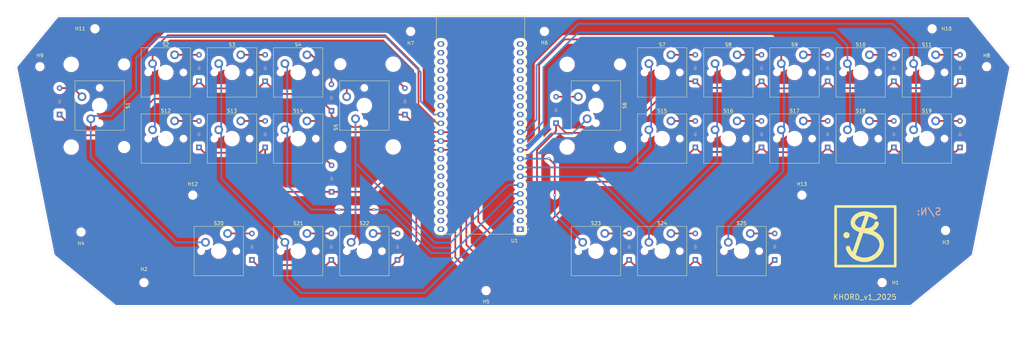
<source format=kicad_pcb>
(kicad_pcb (version 20241229) (generator "pcbnew") (generator_version "9.0")
  (layers (0 "F.Cu" signal) (2 "B.Cu" signal) (13 "F.Paste" user) (15 "B.Paste" user) (5 "F.SilkS" user "F.Silkscreen") (7 "B.SilkS" user "B.Silkscreen") (1 "F.Mask" user) (3 "B.Mask" user) (25 "Edge.Cuts" user))
  (net 0 "")
  (net 1 "row0")
  (net 2 "Net-(D1-A)")
  (net 3 "Net-(D2-A)")
  (net 4 "row1")
  (net 5 "Net-(D3-A)")
  (net 6 "Net-(D4-A)")
  (net 7 "Net-(D5-A)")
  (net 8 "Net-(D6-A)")
  (net 9 "Net-(D7-A)")
  (net 10 "Net-(D8-A)")
  (net 11 "Net-(D9-A)")
  (net 12 "Net-(D10-A)")
  (net 13 "Net-(D11-A)")
  (net 14 "Net-(D12-A)")
  (net 15 "row2")
  (net 16 "Net-(D13-A)")
  (net 17 "Net-(D14-A)")
  (net 18 "Net-(D15-A)")
  (net 19 "Net-(D16-A)")
  (net 20 "Net-(D17-A)")
  (net 21 "Net-(D18-A)")
  (net 22 "Net-(D19-A)")
  (net 23 "Net-(D20-A)")
  (net 24 "Net-(D21-A)")
  (net 25 "Net-(D25-A)")
  (net 26 "Net-(D22-A)")
  (net 27 "Net-(D23-A)")
  (net 28 "Net-(D24-A)")
  (net 29 "col2")
  (net 30 "col7")
  (net 31 "col0")
  (net 32 "col1")
  (net 33 "col3")
  (net 34 "col4")
  (net 35 "col5")
  (net 36 "col6")
  (net 37 "col8")
  (net 38 "col9")
  (net 46 "col10")
  (footprint "ScottoKeebs_MX:MX_PCB_1.00u" (layer "F.Cu") (at 140.5898 88.6228)
    (property "Reference" "S21")
    (property "Value" "Keyswitch")
  )
  (footprint "ScottoKeebs_MX:MX_PCB_1.00u" (layer "F.Cu") (at 321.5648 37.1878)
    (property "Reference" "S11")
    (property "Value" "Keyswitch")
  )
  (footprint "ScottoKeebs_MX:MX_PCB_1.00u" (layer "F.Cu") (at 121.5398 37.1878)
    (property "Reference" "S3")
    (property "Value" "Keyswitch")
  )
  (footprint "ScottoKeebs_MX:MX_PCB_2.00u" (layer "F.Cu") (at 159.6398 46.7128 90)
    (property "Reference" "S5")
    (property "Value" "Keyswitch" (hide yes))
  )
  (footprint "ScottoKeebs_MX:MX_PCB_1.00u" (layer "F.Cu") (at 226.3148 88.6228)
    (property "Reference" "S23")
    (property "Value" "Keyswitch")
  )
  (footprint "ScottoKeebs_MX:MX_PCB_2.00u" (layer "F.Cu") (at 83.4398 46.7128 90)
    (property "Reference" "S1")
    (property "Value" "Keyswitch" (hide yes))
  )
  (footprint "MountingHole:MountingHole_2.2mm_M2" (layer "F.Cu") (at 326.95 82.68)
    (property "Reference" "H3")
    (property "Value" "Mounting_Hole")
  )
  (footprint "ESP32-S3-DEVKITC-1-N8R8:ESP32-S3-DEVKITC-1-N8R8_largePad" (layer "F.Cu") (at 193.0916 52.3536 180)
    (property "Reference" "U1")
    (property "Value" "ESP32-S3-DEVKITC-1-N8R8")
  )
  (footprint "MountingHole:MountingHole_2.2mm_M2" (layer "F.Cu") (at 285.5984 72.5192)
    (property "Reference" "H13")
    (property "Value" "Mounting_Hole")
  )
  (footprint "MountingHole:MountingHole_2.2mm_M2" (layer "F.Cu") (at 194.6918 100.002)
    (property "Reference" "H5")
    (property "Value" "Mounting_Hole")
  )
  (footprint "ScottoKeebs_MX:MX_PCB_1.00u" (layer "F.Cu") (at 268.2248 88.6228)
    (property "Reference" "S25")
    (property "Value" "Keyswitch")
  )
  (footprint "ScottoKeebs_MX:MX_PCB_1.00u" (layer "F.Cu") (at 302.5148 37.1878)
    (property "Reference" "S10")
    (property "Value" "Keyswitch")
  )
  (footprint "ScottoKeebs_MX:MX_PCB_1.00u" (layer "F.Cu") (at 283.4648 37.1878)
    (property "Reference" "S9")
    (property "Value" "Keyswitch")
  )
  (footprint "MountingHole:MountingHole_2.2mm_M2" (layer "F.Cu") (at 110.2622 72.5192)
    (property "Reference" "H12")
    (property "Value" "Mounting_Hole")
  )
  (footprint "ScottoKeebs_MX:MX_PCB_1.00u" (layer "F.Cu") (at 117.7298 88.6228)
    (property "Reference" "S20")
    (property "Value" "Keyswitch")
  )
  (footprint "ScottoKeebs_MX:MX_PCB_1.00u" (layer "F.Cu") (at 283.4648 56.2378)
    (property "Reference" "S17")
    (property "Value" "Keyswitch")
  )
  (footprint "ScottoKeebs_MX:MX_PCB_2.00u" (layer "F.Cu") (at 226.3148 46.7128 90)
    (property "Reference" "S6")
    (property "Value" "Keyswitch" (hide yes))
  )
  (footprint "ScottoKeebs_MX:MX_PCB_1.00u" (layer "F.Cu") (at 245.3648 88.6228)
    (property "Reference" "S24")
    (property "Value" "Keyswitch")
  )
  (footprint "ScottoKeebs_MX:MX_PCB_1.00u" (layer "F.Cu") (at 302.5148 56.2378)
    (property "Reference" "S18")
    (property "Value" "Keyswitch")
  )
  (footprint "ScottoKeebs_MX:MX_PCB_1.00u" (layer "F.Cu") (at 245.3648 37.1878)
    (property "Reference" "S7")
    (property "Value" "Keyswitch")
  )
  (footprint "ScottoKeebs_MX:MX_PCB_1.00u" (layer "F.Cu") (at 102.4898 56.2378)
    (property "Reference" "S12")
    (property "Value" "Keyswitch")
  )
  (footprint "marbastlib-mx:STAB_MX_2u" (layer "F.Cu") (at 226.264 46.7636 -90)
    (property "Reference" "S28" (hide yes))
    (property "Value" "MX_stab")
  )
  (footprint "ScottoKeebs_MX:MX_PCB_1.00u" (layer "F.Cu") (at 321.5648 56.2378)
    (property "Reference" "S19")
    (property "Value" "Keyswitch")
  )
  (footprint "MountingHole:MountingHole_2.2mm_M2" (layer "F.Cu") (at 172.9748 25.3768)
    (property "Reference" "H7")
    (property "Value" "Mounting_Hole")
  )
  (footprint "ScottoKeebs_MX:MX_PCB_1.00u" (layer "F.Cu") (at 140.5898 56.2378)
    (property "Reference" "S14")
    (property "Value" "Keyswitch")
  )
  (footprint "ScottoKeebs_MX:MX_PCB_1.00u" (layer "F.Cu") (at 159.6398 88.6228)
    (property "Reference" "S22")
    (property "Value" "Keyswitch")
  )
  (footprint "marbastlib-mx:STAB_MX_2u" (layer "F.Cu") (at 83.516 46.7636 -90)
    (property "Reference" "S26" (hide yes))
    (property "Value" "MX_stab")
  )
  (footprint "MountingHole:MountingHole_2.2mm_M2" (layer "F.Cu") (at 211.4812 25.3768)
    (property "Reference" "H6")
    (property "Value" "Mounting_Hole")
  )
  (footprint "logo.preety:logo_30" (layer "F.Cu") (at 303.888231 85.675564)
    (property "Reference" "G***" (hide yes))
    (property "Value" "LOGO" (hide yes))
  )
  (footprint "MountingHole:MountingHole_2.2mm_M2" (layer "F.Cu") (at 78.0804 83.1364)
    (property "Reference" "H4")
    (property "Value" "Mounting_Hole")
  )
  (footprint "ScottoKeebs_MX:MX_PCB_1.00u" (layer "F.Cu") (at 102.4898 37.1878)
    (property "Reference" "S2")
    (property "Value" "Keyswitch")
  )
  (footprint "ScottoKeebs_MX:MX_PCB_1.00u" (layer "F.Cu") (at 245.3648 56.2378)
    (property "Reference" "S15")
    (property "Value" "Keyswitch")
  )
  (footprint "MountingHole:MountingHole_2.2mm_M2" (layer "F.Cu") (at 323.0888 24.6148)
    (property "Reference" "H10")
    (property "Value" "Mounting_Hole")
  )
  (footprint "ScottoKeebs_MX:MX_PCB_1.00u" (layer "F.Cu") (at 140.5898 37.1878)
    (property "Reference" "S4")
    (property "Value" "Keyswitch")
  )
  (footprint "ScottoKeebs_MX:MX_PCB_1.00u" (layer "F.Cu") (at 264.4148 56.2378)
    (property "Reference" "S16")
    (property "Value" "Keyswitch")
  )
  (footprint "MountingHole:MountingHole_2.2mm_M2" (layer "F.Cu") (at 338.786 35.520313)
    (property "Reference" "H8")
    (property "Value" "Mounting_Hole")
  )
  (footprint "MountingHole:MountingHole_2.2mm_M2" (layer "F.Cu") (at 96.2 97.68)
    (property "Reference" "H2")
    (property "Value" "Mounting_Hole")
  )
  (footprint "ScottoKeebs_MX:MX_PCB_1.00u" (layer "F.Cu") (at 264.4148 37.1878)
    (property "Reference" "S8")
    (property "Value" "Keyswitch")
  )
  (footprint "MountingHole:MountingHole_2.2mm_M2" (layer "F.Cu") (at 82.08874 24.6148)
    (property "Reference" "H11")
    (property "Value" "Mounting_Hole")
  )
  (footprint "ScottoKeebs_MX:MX_PCB_1.00u" (layer "F.Cu") (at 121.5398 56.2378)
    (property "Reference" "S13")
    (property "Value" "Keyswitch")
  )
  (footprint "MountingHole:MountingHole_2.2mm_M2" (layer "F.Cu") (at 308.7 97.68)
    (property "Reference" "H1")
    (property "Value" "Mounting_Hole")
  )
  (footprint "marbastlib-mx:STAB_MX_2u" (layer "F.Cu") (at 159.70835 46.7128 90)
    (property "Reference" "S27" (hide yes))
    (property "Value" "MX_stab")
  )
  (footprint "MountingHole:MountingHole_2.2mm_M2" (layer "F.Cu") (at 66.244 35.523132)
    (property "Reference" "H9")
    (property "Value" "Mounting_Hole")
  )
  (footprint "ScottoKeebs_Components:Diode_DO-35" (layer "B.Cu") (at 150.2164 71.554 90)
    (property "Reference" "D14" (hide yes))
    (property "Value" "Diode" (hide yes))
  )
  (footprint "ScottoKeebs_Components:Diode_DO-35" (layer "B.Cu") (at 331.1152 58.7778 90)
    (property "Reference" "D19" (hide yes))
    (property "Value" "Diode" (hide yes))
  )
  (footprint "ScottoKeebs_Components:Diode_DO-35" (layer "B.Cu") (at 112.0402 58.7778 90)
    (property "Reference" "D12" (hide yes))
    (property "Value" "Diode" (hide yes))
  )
  (footprint "ScottoKeebs_Components:Diode_DO-35" (layer "B.Cu") (at 254.9152 91.1628 90)
    (property "Reference" "D24" (hide yes))
    (property "Value" "Diode" (hide yes))
  )
  (footprint "ScottoKeebs_Components:Diode_DO-35" (layer "B.Cu") (at 331.1152 39.7278 90)
    (property "Reference" "D11" (hide yes))
    (property "Value" "Diode" (hide yes))
  )
  (footprint "ScottoKeebs_Components:Diode_DO-35" (layer "B.Cu") (at 235.8652 91.1628 90)
    (property "Reference" "D23" (hide yes))
    (property "Value" "Diode" (hide yes))
  )
  (footprint "ScottoKeebs_Components:Diode_DO-35" (layer "B.Cu") (at 131.0902 58.7778 90)
    (property "Reference" "D13" (hide yes))
    (property "Value" "Diode" (hide yes))
  )
  (footprint "ScottoKeebs_Components:Diode_DO-35" (layer "B.Cu") (at 127.2802 91.1628 90)
    (property "Reference" "D20" (hide yes))
    (property "Value" "Diode" (hide yes))
  )
  (footprint "ScottoKeebs_Components:Diode_DO-35" (layer "B.Cu") (at 171.3238 49.329 90)
    (property "Reference" "D5" (hide yes))
    (property "Value" "Diode" (hide yes))
  )
  (footprint "ScottoKeebs_Components:Diode_DO-35" (layer "B.Cu") (at 293.0152 58.7778 90)
    (property "Reference" "D17" (hide yes))
    (property "Value" "Diode" (hide yes))
  )
  (footprint "ScottoKeebs_Components:Diode_DO-35" (layer "B.Cu") (at 150.1402 91.1628 90)
    (property "Reference" "D21" (hide yes))
    (property "Value" "Diode" (hide yes))
  )
  (footprint "ScottoKeebs_Components:Diode_DO-35" (layer "B.Cu") (at 150.1656 48.2368 90)
    (property "Reference" "D4" (hide yes))
    (property "Value" "Diode" (hide yes))
  )
  (footprint "ScottoKeebs_Components:Diode_DO-35" (layer "B.Cu") (at 169.1902 91.1628 90)
    (property "Reference" "D22" (hide yes))
    (property "Value" "Diode" (hide yes))
  )
  (footprint "ScottoKeebs_Components:Diode_DO-35" (layer "B.Cu") (at 71.9082 49.3036 90)
    (property "Reference" "D1" (hide yes))
    (property "Value" "Diode" (hide yes))
  )
  (footprint "ScottoKeebs_Components:Diode_DO-35" (layer "B.Cu") (at 254.9152 58.7778 90)
    (property "Reference" "D15" (hide yes))
    (property "Value" "Diode" (hide yes))
  )
  (footprint "ScottoKeebs_Components:Diode_DO-35" (layer "B.Cu") (at 277.7752 91.1628 90)
    (property "Reference" "D25" (hide yes))
    (property "Value" "Diode" (hide yes))
  )
  (footprint "ScottoKeebs_Components:Diode_DO-35" (layer "B.Cu") (at 312.0652 39.7278 90)
    (property "Reference" "D10" (hide yes))
    (property "Value" "Diode" (hide yes))
  )
  (footprint "ScottoKeebs_Components:Diode_DO-35" (layer "B.Cu") (at 312.0652 58.7778 90)
    (property "Reference" "D18" (hide yes))
    (property "Value" "Diode" (hide yes))
  )
  (footprint "ScottoKeebs_Components:Diode_DO-35" (layer "B.Cu") (at 131.0902 39.7278 90)
    (property "Reference" "D3" (hide yes))
    (property "Value" "Diode" (hide yes))
  )
  (footprint "ScottoKeebs_Components:Diode_DO-35" (layer "B.Cu") (at 214.834 51.7928 90)
    (property "Reference" "D6" (hide yes))
    (property "Value" "Diode" (hide yes))
  )
  (footprint "ScottoKeebs_Components:Diode_DO-35" (layer "B.Cu") (at 112.0402 39.7278 90)
    (property "Reference" "D2" (hide yes))
    (property "Value" "Diode" (hide yes))
  )
  (footprint "ScottoKeebs_Components:Diode_DO-35" (layer "B.Cu") (at 293.0152 39.7278 90)
    (property "Reference" "D9" (hide yes))
    (property "Value" "Diode" (hide yes))
  )
  (footprint "ScottoKeebs_Components:Diode_DO-35" (layer "B.Cu") (at 273.9652 58.7778 90)
    (property "Reference" "D16" (hide yes))
    (property "Value" "Diode" (hide yes))
  )
  (footprint "ScottoKeebs_Components:Diode_DO-35" (layer "B.Cu") (at 273.9652 39.7278 90)
    (property "Reference" "D8" (hide yes))
    (property "Value" "Diode" (hide yes))
  )
  (footprint "ScottoKeebs_Components:Diode_DO-35" (layer "B.Cu") (at 254.9152 39.7278 90)
    (property "Reference" "D7" (hide yes))
    (property "Value" "Diode" (hide yes))
  )
  (gr_line (start 345.829958 35.520313) (end 333.77734 20.812732) (stroke (width 0.05)) (layer "Edge.Cuts"))
  (gr_line (start 316.979911 104.632732) (end 88.008514 104.632732) (stroke (width 0.05)) (layer "Edge.Cuts"))
  (gr_line (start 59.227937 35.523132) (end 70.075234 89.922332) (stroke (width 0.05)) (layer "Edge.Cuts"))
  (gr_line (start 70.075234 89.922332) (end 88.008514 104.632732) (stroke (width 0.05)) (layer "Edge.Cuts"))
  (gr_line (start 345.829958 35.520313) (end 334.927293 89.925151) (stroke (width 0.05)) (layer "Edge.Cuts"))
  (gr_line (start 333.77734 20.812732) (end 71.294657 20.812732) (stroke (width 0.05)) (layer "Edge.Cuts"))
  (gr_line (start 71.294657 20.812732) (end 59.227937 35.523132) (stroke (width 0.05)) (layer "Edge.Cuts"))
  (gr_line (start 334.927293 89.925151) (end 316.979911 104.632732) (stroke (width 0.05)) (layer "Edge.Cuts"))
  (gr_text "KHORD_v1_2025" (at 294.4884 102.7198 0) (layer "F.SilkS") (effects (font (size 1.5 1.5) (thickness 0.2)) (justify left bottom)))
  (gr_text "S/N:" (at 325.9336 78.4374 0) (layer "B.SilkS") (effects (font (size 2 2) (thickness 0.3)) (justify left bottom mirror)))
  (segment (start 249.4022 39.7278) (end 254.9152 39.7278) (width 0.5) (layer "F.Cu") (net 1))
  (segment (start 150.1656 49.6456) (end 150.1656 48.2368) (width 0.5) (layer "F.Cu") (net 1))
  (segment (start 181.6616 54.3836) (end 188.7482 54.3836) (width 0.5) (layer "F.Cu") (net 1))
  (segment (start 112.0402 39.7278) (end 106.9856 44.7824) (width 0.5) (layer "F.Cu") (net 1))
  (segment (start 234.5432 54.5868) (end 249.4022 39.7278) (width 0.5) (layer "F.Cu") (net 1))
  (segment (start 254.9152 39.7278) (end 256.8202 41.6328) (width 0.5) (layer "F.Cu") (net 1))
  (segment (start 134.7478 43.3854) (end 131.0902 39.7278) (width 0.5) (layer "F.Cu") (net 1))
  (segment (start 163.907 54.3582) (end 154.8782 54.3582) (width 0.5) (layer "F.Cu") (net 1))
  (segment (start 145.4666 43.5378) (end 145.4666 43.3854) (width 0.5) (layer "F.Cu") (net 1))
  (segment (start 256.8202 41.6328) (end 272.0602 41.6328) (width 0.5) (layer "F.Cu") (net 1))
  (segment (start 209.3476 59.5324) (end 214.834 54.046) (width 0.5) (layer "F.Cu") (net 1))
  (segment (start 168.9362 49.329) (end 163.907 54.3582) (width 0.5) (layer "F.Cu") (net 1))
  (segment (start 131.0902 39.7278) (end 129.0328 41.7852) (width 0.5) (layer "F.Cu") (net 1))
  (segment (start 329.1594 41.6836) (end 331.1152 39.7278) (width 0.5) (layer "F.Cu") (net 1))
  (segment (start 154.8782 54.3582) (end 150.1656 49.6456) (width 0.5) (layer "F.Cu") (net 1))
  (segment (start 171.3238 49.329) (end 176.3784 54.3836) (width 0.5) (layer "F.Cu") (net 1))
  (segment (start 114.0976 41.7852) (end 112.0402 39.7278) (width 0.5) (layer "F.Cu") (net 1))
  (segment (start 273.9652 39.7278) (end 275.9972 41.7598) (width 0.5) (layer "F.Cu") (net 1))
  (segment (start 99.0608 44.7824) (end 88.5706 55.2726) (width 0.5) (layer "F.Cu") (net 1))
  (segment (start 293.0152 39.7278) (end 294.971 41.6836) (width 0.5) (layer "F.Cu") (net 1))
  (segment (start 88.5706 55.2726) (end 77.8772 55.2726) (width 0.5) (layer "F.Cu") (net 1))
  (segment (start 200.3306 88.0132) (end 205.7408 88.0132) (width 0.5) (layer "F.Cu") (net 1))
  (segment (start 171.3238 49.329) (end 168.9362 49.329) (width 0.5) (layer "F.Cu") (net 1))
  (segment (start 214.834 51.7928) (end 217.628 54.5868) (width 0.5) (layer "F.Cu") (net 1))
  (segment (start 192.4312 58.0666) (end 192.4312 80.1138) (width 0.5) (layer "F.Cu") (net 1))
  (segment (start 217.628 54.5868) (end 234.5432 54.5868) (width 0.5) (layer "F.Cu") (net 1))
  (segment (start 145.4666 43.3854) (end 134.7478 43.3854) (width 0.5) (layer "F.Cu") (net 1))
  (segment (start 214.834 54.046) (end 214.834 51.7928) (width 0.5) (layer "F.Cu") (net 1))
  (segment (start 192.4312 80.1138) (end 200.3306 88.0132) (width 0.5) (layer "F.Cu") (net 1))
  (segment (start 310.1094 41.6836) (end 312.0652 39.7278) (width 0.5) (layer "F.Cu") (net 1))
  (segment (start 176.3784 54.3836) (end 181.6616 54.3836) (width 0.5) (layer "F.Cu") (net 1))
  (segment (start 106.9856 44.7824) (end 99.0608 44.7824) (width 0.5) (layer "F.Cu") (net 1))
  (segment (start 290.9832 41.7598) (end 293.0152 39.7278) (width 0.5) (layer "F.Cu") (net 1))
  (segment (start 275.9972 41.7598) (end 290.9832 41.7598) (width 0.5) (layer "F.Cu") (net 1))
  (segment (start 294.971 41.6836) (end 310.1094 41.6836) (width 0.5) (layer "F.Cu") (net 1))
  (segment (start 312.0652 39.7278) (end 314.021 41.6836) (width 0.5) (layer "F.Cu") (net 1))
  (segment (start 129.0328 41.7852) (end 114.0976 41.7852) (width 0.5) (layer "F.Cu") (net 1))
  (segment (start 272.0602 41.6328) (end 273.9652 39.7278) (width 0.5) (layer "F.Cu") (net 1))
  (segment (start 314.021 41.6836) (end 329.1594 41.6836) (width 0.5) (layer "F.Cu") (net 1))
  (segment (start 209.3476 84.4064) (end 209.3476 59.5324) (width 0.5) (layer "F.Cu") (net 1))
  (segment (start 150.1656 48.2368) (end 145.4666 43.5378) (width 0.5) (layer "F.Cu") (net 1))
  (segment (start 77.8772 55.2726) (end 71.9082 49.3036) (width 0.5) (layer "F.Cu") (net 1))
  (segment (start 188.7482 54.3836) (end 192.4312 58.0666) (width 0.5) (layer "F.Cu") (net 1))
  (segment (start 205.7408 88.0132) (end 209.3476 84.4064) (width 0.5) (layer "F.Cu") (net 1))
  (segment (start 75.8706 41.6836) (end 71.9082 41.6836) (width 0.5) (layer "F.Cu") (net 2))
  (segment (start 78.3598 44.1728) (end 75.8706 41.6836) (width 0.5) (layer "F.Cu") (net 2))
  (segment (start 105.0298 32.1078) (end 112.0402 32.1078) (width 0.5) (layer "F.Cu") (net 3))
  (segment (start 193.371 91.1882) (end 207.0362 91.1882) (width 0.5) (layer "F.Cu") (net 4))
  (segment (start 176.353 56.9236) (end 181.6616 56.9236) (width 0.5) (layer "F.Cu") (net 4))
  (segment (start 113.5642 60.3018) (end 129.5662 60.3018) (width 0.5) (layer "F.Cu") (net 4))
  (segment (start 161.7226 71.554) (end 176.353 56.9236) (width 0.5) (layer "F.Cu") (net 4))
  (segment (start 291.6436 60.1494) (end 293.0152 58.7778) (width 0.5) (layer "F.Cu") (net 4))
  (segment (start 189.0022 86.8194) (end 193.371 91.1882) (width 0.5) (layer "F.Cu") (net 4))
  (segment (start 275.3368 60.1494) (end 291.6436 60.1494) (width 0.5) (layer "F.Cu") (net 4))
  (segment (start 213.2084 85.016) (end 213.2084 79.9216) (width 0.5) (layer "F.Cu") (net 4))
  (segment (start 131.0902 66.474) (end 136.1702 71.554) (width 0.5) (layer "F.Cu") (net 4))
  (segment (start 185.4208 56.9236) (end 189.0022 60.505) (width 0.5) (layer "F.Cu") (net 4))
  (segment (start 129.5662 60.3018) (end 131.0902 58.7778) (width 0.5) (layer "F.Cu") (net 4))
  (segment (start 131.0902 58.7778) (end 131.0902 66.474) (width 0.5) (layer "F.Cu") (net 4))
  (segment (start 272.6698 60.0732) (end 273.9652 58.7778) (width 0.5) (layer "F.Cu") (net 4))
  (segment (start 245.0346 68.6584) (end 254.9152 58.7778) (width 0.5) (layer "F.Cu") (net 4))
  (segment (start 136.1702 71.554) (end 150.2164 71.554) (width 0.5) (layer "F.Cu") (net 4))
  (segment (start 213.2084 79.9216) (end 224.4716 68.6584) (width 0.5) (layer "F.Cu") (net 4))
  (segment (start 189.0022 60.505) (end 189.0022 86.8194) (width 0.5) (layer "F.Cu") (net 4))
  (segment (start 313.3098 60.0224) (end 329.8706 60.0224) (width 0.5) (layer "F.Cu") (net 4))
  (segment (start 329.8706 60.0224) (end 331.1152 58.7778) (width 0.5) (layer "F.Cu") (net 4))
  (segment (start 256.2106 60.0732) (end 272.6698 60.0732) (width 0.5) (layer "F.Cu") (net 4))
  (segment (start 310.8206 60.0224) (end 312.0652 58.7778) (width 0.5) (layer "F.Cu") (net 4))
  (segment (start 181.6616 56.9236) (end 185.4208 56.9236) (width 0.5) (layer "F.Cu") (net 4))
  (segment (start 150.2164 71.554) (end 161.7226 71.554) (width 0.5) (layer "F.Cu") (net 4))
  (segment (start 293.0152 58.7778) (end 294.2598 60.0224) (width 0.5) (layer "F.Cu") (net 4))
  (segment (start 294.2598 60.0224) (end 310.8206 60.0224) (width 0.5) (layer "F.Cu") (net 4))
  (segment (start 254.9152 58.7778) (end 256.2106 60.0732) (width 0.5) (layer "F.Cu") (net 4))
  (segment (start 112.0402 58.7778) (end 113.5642 60.3018) (width 0.5) (layer "F.Cu") (net 4))
  (segment (start 207.0362 91.1882) (end 213.2084 85.016) (width 0.5) (layer "F.Cu") (net 4))
  (segment (start 224.4716 68.6584) (end 245.0346 68.6584) (width 0.5) (layer "F.Cu") (net 4))
  (segment (start 273.9652 58.7778) (end 275.3368 60.1494) (width 0.5) (layer "F.Cu") (net 4))
  (segment (start 312.0652 58.7778) (end 313.3098 60.0224) (width 0.5) (layer "F.Cu") (net 4))
  (segment (start 124.0798 32.1078) (end 131.0902 32.1078) (width 0.5) (layer "F.Cu") (net 5))
  (segment (start 150.1656 37.8736) (end 144.3998 32.1078) (width 0.5) (layer "F.Cu") (net 6))
  (segment (start 144.3998 32.1078) (end 143.1298 32.1078) (width 0.5) (layer "F.Cu") (net 6))
  (segment (start 150.1656 40.6168) (end 150.1656 37.8736) (width 0.5) (layer "F.Cu") (net 6))
  (segment (start 154.5598 41.7852) (end 157.43 38.915) (width 0.5) (layer "F.Cu") (net 7))
  (segment (start 157.43 38.915) (end 168.5298 38.915) (width 0.5) (layer "F.Cu") (net 7))
  (segment (start 168.5298 38.915) (end 171.3238 41.709) (width 0.5) (layer "F.Cu") (net 7))
  (segment (start 154.5598 44.1728) (end 154.5598 41.7852) (width 0.5) (layer "F.Cu") (net 7))
  (segment (start 214.834 44.1728) (end 221.2348 44.1728) (width 0.5) (layer "F.Cu") (net 8))
  (segment (start 247.9048 32.1078) (end 254.9152 32.1078) (width 0.5) (layer "F.Cu") (net 9))
  (segment (start 266.9548 32.1078) (end 273.9652 32.1078) (width 0.5) (layer "F.Cu") (net 10))
  (segment (start 286.0048 32.1078) (end 293.0152 32.1078) (width 0.5) (layer "F.Cu") (net 11))
  (segment (start 305.0548 32.1078) (end 312.0652 32.1078) (width 0.5) (layer "F.Cu") (net 12))
  (segment (start 324.1048 32.1078) (end 331.1152 32.1078) (width 0.5) (layer "F.Cu") (net 13))
  (segment (start 105.0298 51.1578) (end 112.0402 51.1578) (width 0.5) (layer "F.Cu") (net 14))
  (segment (start 174.6004 85.7526) (end 174.6004 62.918) (width 0.5) (layer "F.Cu") (net 15))
  (segment (start 185.8272 90.4516) (end 190.1706 94.795) (width 0.5) (layer "F.Cu") (net 15))
  (segment (start 169.1902 91.1628) (end 174.6004 85.7526) (width 0.5) (layer "F.Cu") (net 15))
  (segment (start 256.8456 93.0932) (end 275.8448 93.0932) (width 0.5) (layer "F.Cu") (net 15))
  (segment (start 167.5646 92.7884) (end 169.1902 91.1628) (width 0.5) (layer "F.Cu") (net 15))
  (segment (start 148.667 92.636) (end 150.1402 91.1628) (width 0.5) (layer "F.Cu") (net 15))
  (segment (start 185.8272 61.3072) (end 185.8272 90.4516) (width 0.5) (layer "F.Cu") (net 15))
  (segment (start 181.6616 59.4636) (end 183.9836 59.4636) (width 0.5) (layer "F.Cu") (net 15))
  (segment (start 237.6432 92.9408) (end 253.1372 92.9408) (width 0.5) (layer "F.Cu") (net 15))
  (segment (start 151.7658 92.7884) (end 167.5646 92.7884) (width 0.5) (layer "F.Cu") (net 15))
  (segment (start 190.1706 94.795) (end 232.233 94.795) (width 0.5) (layer "F.Cu") (net 15))
  (segment (start 174.6004 62.918) (end 178.0548 59.4636) (width 0.5) (layer "F.Cu") (net 15))
  (segment (start 183.9836 59.4636) (end 185.8272 61.3072) (width 0.5) (layer "F.Cu") (net 15))
  (segment (start 150.1402 91.1628) (end 151.7658 92.7884) (width 0.5) (layer "F.Cu") (net 15))
  (segment (start 254.9152 91.1628) (end 256.8456 93.0932) (width 0.5) (layer "F.Cu") (net 15))
  (segment (start 235.8652 91.1628) (end 237.6432 92.9408) (width 0.5) (layer "F.Cu") (net 15))
  (segment (start 253.1372 92.9408) (end 254.9152 91.1628) (width 0.5) (layer "F.Cu") (net 15))
  (segment (start 232.233 94.795) (end 235.8652 91.1628) (width 0.5) (layer "F.Cu") (net 15))
  (segment (start 178.0548 59.4636) (end 181.6616 59.4636) (width 0.5) (layer "F.Cu") (net 15))
  (segment (start 275.8448 93.0932) (end 277.7752 91.1628) (width 0.5) (layer "F.Cu") (net 15))
  (segment (start 127.2802 91.1628) (end 128.7534 92.636) (width 0.5) (layer "F.Cu") (net 15))
  (segment (start 128.7534 92.636) (end 148.667 92.636) (width 0.5) (layer "F.Cu") (net 15))
  (segment (start 124.0798 51.1578) (end 131.0902 51.1578) (width 0.5) (layer "F.Cu") (net 16))
  (segment (start 148.3368 62.0544) (end 150.2164 63.934) (width 0.5) (layer "F.Cu") (net 17))
  (segment (start 146.5842 51.1578) (end 148.3368 52.9104) (width 0.5) (layer "F.Cu") (net 17))
  (segment (start 143.1298 51.1578) (end 146.5842 51.1578) (width 0.5) (layer "F.Cu") (net 17))
  (segment (start 148.3368 52.9104) (end 148.3368 62.0544) (width 0.5) (layer "F.Cu") (net 17))
  (segment (start 247.9048 51.1578) (end 254.9152 51.1578) (width 0.5) (layer "F.Cu") (net 18))
  (segment (start 266.9548 51.1578) (end 273.9652 51.1578) (width 0.5) (layer "F.Cu") (net 19))
  (segment (start 286.0048 51.1578) (end 293.0152 51.1578) (width 0.5) (layer "F.Cu") (net 20))
  (segment (start 305.0548 51.1578) (end 312.0652 51.1578) (width 0.5) (layer "F.Cu") (net 21))
  (segment (start 324.1048 51.1578) (end 331.1152 51.1578) (width 0.5) (layer "F.Cu") (net 22))
  (segment (start 120.2698 83.5428) (end 127.2802 83.5428) (width 0.5) (layer "F.Cu") (net 23))
  (segment (start 143.1298 83.5428) (end 150.1402 83.5428) (width 0.5) (layer "F.Cu") (net 24))
  (segment (start 270.7648 83.5428) (end 277.7752 83.5428) (width 0.5) (layer "F.Cu") (net 25))
  (segment (start 162.1798 83.5428) (end 169.1902 83.5428) (width 0.5) (layer "F.Cu") (net 26))
  (segment (start 228.8548 83.5428) (end 235.8652 83.5428) (width 0.5) (layer "F.Cu") (net 27))
  (segment (start 247.9048 83.5428) (end 254.9152 83.5428) (width 0.5) (layer "F.Cu") (net 28))
  (segment (start 137.45 86.753) (end 137.45 96.68) (width 0.5) (layer "B.Cu") (net 29))
  (segment (start 137.45 96.68) (end 141.45 100.68) (width 0.5) (layer "B.Cu") (net 29))
  (segment (start 202.9264 74.7036) (end 204.5216 74.7036) (width 0.5) (layer "B.Cu") (net 29))
  (segment (start 117.7298 34.6478) (end 118.45 35.368) (width 0.5) (layer "B.Cu") (net 29))
  (segment (start 176.95 100.68) (end 202.9264 74.7036) (width 0.5) (layer "B.Cu") (net 29))
  (segment (start 141.45 100.68) (end 176.95 100.68) (width 0.5) (layer "B.Cu") (net 29))
  (segment (start 136.7798 86.0828) (end 137.45 86.753) (width 0.5) (layer "B.Cu") (net 29))
  (segment (start 118.45 54.418) (end 118.45 67.753) (width 0.5) (layer "B.Cu") (net 29))
  (segment (start 117.7298 53.6978) (end 118.45 54.418) (width 0.5) (layer "B.Cu") (net 29))
  (segment (start 118.45 67.753) (end 136.7798 86.0828) (width 0.5) (layer "B.Cu") (net 29))
  (segment (start 118.45 52.9776) (end 117.7298 53.6978) (width 0.5) (layer "B.Cu") (net 29))
  (segment (start 118.45 35.368) (end 118.45 52.9776) (width 0.5) (layer "B.Cu") (net 29))
  (segment (start 261.2 35.243) (end 260.6048 34.6478) (width 0.5) (layer "B.Cu") (net 30))
  (segment (start 261.2 62.68) (end 241.5548 82.3252) (width 0.5) (layer "B.Cu") (net 30))
  (segment (start 241.5548 82.2848) (end 226.45 67.18) (width 0.5) (layer "B.Cu") (net 30))
  (segment (start 261.2 53.1026) (end 261.2 35.243) (width 0.5) (layer "B.Cu") (net 30))
  (segment (start 260.6048 53.6978) (end 261.2 54.293) (width 0.5) (layer "B.Cu") (net 30))
  (segment (start 241.5548 82.3252) (end 241.5548 86.0828) (width 0.5) (layer "B.Cu") (net 30))
  (segment (start 204.618 67.18) (end 204.5216 67.0836) (width 0.5) (layer "B.Cu") (net 30))
  (segment (start 241.5548 86.0828) (end 241.5548 82.2848) (width 0.5) (layer "B.Cu") (net 30))
  (segment (start 260.6048 53.6978) (end 261.2 53.1026) (width 0.5) (layer "B.Cu") (net 30))
  (segment (start 226.45 67.18) (end 204.618 67.18) (width 0.5) (layer "B.Cu") (net 30))
  (segment (start 261.2 54.293) (end 261.2 62.68) (width 0.5) (layer "B.Cu") (net 30))
  (segment (start 181.6616 49.3036) (end 179.655 49.3036) (width 0.5) (layer "B.Cu") (net 31))
  (segment (start 99.9244 27.0278) (end 93.95 33.0022) (width 0.5) (layer "B.Cu") (net 31))
  (segment (start 81.7126 49.71) (end 80.8998 50.5228) (width 0.5) (layer "B.Cu") (net 31))
  (segment (start 175.8704 45.519) (end 175.8704 37.0862) (width 0.5) (layer "B.Cu") (net 31))
  (segment (start 80.8998 61.521) (end 80.8998 50.5228) (width 0.5) (layer "B.Cu") (net 31))
  (segment (start 93.95 42.43) (end 86.67 49.71) (width 0.5) (layer "B.Cu") (net 31))
  (segment (start 93.95 33.0022) (end 93.95 42.43) (width 0.5) (layer "B.Cu") (net 31))
  (segment (start 175.8704 37.0862) (end 165.812 27.0278) (width 0.5) (layer "B.Cu") (net 31))
  (segment (start 105.4616 86.0828) (end 80.8998 61.521) (width 0.5) (layer "B.Cu") (net 31))
  (segment (start 113.9198 86.0828) (end 105.4616 86.0828) (width 0.5) (layer "B.Cu") (net 31))
  (segment (start 179.655 49.3036) (end 175.8704 45.519) (width 0.5) (layer "B.Cu") (net 31))
  (segment (start 165.812 27.0278) (end 99.9244 27.0278) (width 0.5) (layer "B.Cu") (net 31))
  (segment (start 86.67 49.71) (end 81.7126 49.71) (width 0.5) (layer "B.Cu") (net 31))
  (segment (start 103.0486 26.4944) (end 165.6596 26.4944) (width 0.5) (layer "F.Cu") (net 32))
  (segment (start 180.579727 51.8436) (end 181.6616 51.8436) (width 0.5) (layer "F.Cu") (net 32))
  (segment (start 98.6798 34.6478) (end 98.6798 30.8632) (width 0.5) (layer "F.Cu") (net 32))
  (segment (start 175.21 36.0448) (end 175.21 46.473873) (width 0.5) (layer "F.Cu") (net 32))
  (segment (start 98.6798 30.8632) (end 103.0486 26.4944) (width 0.5) (layer "F.Cu") (net 32))
  (segment (start 165.6596 26.4944) (end 175.21 36.0448) (width 0.5) (layer "F.Cu") (net 32))
  (segment (start 175.21 46.473873) (end 180.579727 51.8436) (width 0.5) (layer "F.Cu") (net 32))
  (segment (start 99.3148 35.2828) (end 99.3148 53.0628) (width 0.5) (layer "B.Cu") (net 32))
  (segment (start 99.3148 53.0628) (end 98.6798 53.6978) (width 0.5) (layer "B.Cu") (net 32))
  (segment (start 98.6798 34.6478) (end 99.3148 35.2828) (width 0.5) (layer "B.Cu") (net 32))
  (segment (start 152.45 76.68) (end 162.45 76.68) (width 0.5) (layer "F.Cu") (net 33))
  (via (at 152.45 76.68) (size 0.8) (drill 0.4) (layers "F.Cu" "B.Cu") (net 33))
  (via (at 162.45 76.68) (size 0.8) (drill 0.4) (layers "F.Cu" "B.Cu") (net 33))
  (segment (start 136.7798 53.6978) (end 137.45 54.368) (width 0.5) (layer "B.Cu") (net 33))
  (segment (start 137.45 69.68) (end 144.45 76.68) (width 0.5) (layer "B.Cu") (net 33))
  (segment (start 178.95 89.18) (end 184.95 89.18) (width 0.5) (layer "B.Cu") (net 33))
  (segment (start 137.45 35.318) (end 137.45 53.0276) (width 0.5) (layer "B.Cu") (net 33))
  (segment (start 184.95 89.18) (end 201.9664 72.1636) (width 0.5) (layer "B.Cu") (net 33))
  (segment (start 166.45 76.68) (end 178.95 89.18) (width 0.5) (layer "B.Cu") (net 33))
  (segment (start 144.45 76.68) (end 152.45 76.68) (width 0.5) (layer "B.Cu") (net 33))
  (segment (start 162.45 76.68) (end 166.45 76.68) (width 0.5) (layer "B.Cu") (net 33))
  (segment (start 137.45 53.0276) (end 136.7798 53.6978) (width 0.5) (layer "B.Cu") (net 33))
  (segment (start 137.45 54.368) (end 137.45 69.68) (width 0.5) (layer "B.Cu") (net 33))
  (segment (start 136.7798 34.6478) (end 137.45 35.318) (width 0.5) (layer "B.Cu") (net 33))
  (segment (start 201.9664 72.1636) (end 204.5216 72.1636) (width 0.5) (layer "B.Cu") (net 33))
  (segment (start 157.0998 50.5228) (end 157.0998 63.3298) (width 0.5) (layer "B.Cu") (net 34))
  (segment (start 157.0998 50.5228) (end 157.0998 84.8128) (width 0.5) (layer "B.Cu") (net 34))
  (segment (start 179.95 86.18) (end 184.45 86.18) (width 0.5) (layer "B.Cu") (net 34))
  (segment (start 157.0998 63.3298) (end 179.95 86.18) (width 0.5) (layer "B.Cu") (net 34))
  (segment (start 201.0064 69.6236) (end 204.5216 69.6236) (width 0.5) (layer "B.Cu") (net 34))
  (segment (start 157.0998 84.8128) (end 155.8298 86.0828) (width 0.5) (layer "B.Cu") (net 34))
  (segment (start 184.45 86.18) (end 201.0064 69.6236) (width 0.5) (layer "B.Cu") (net 34))
  (segment (start 214.45 63.68) (end 214.45 72.43) (width 0.5) (layer "F.Cu") (net 35))
  (segment (start 212.7736 62.0036) (end 214.45 63.68) (width 0.5) (layer "F.Cu") (net 35))
  (via (at 214.45 72.43) (size 0.8) (drill 0.4) (layers "F.Cu" "B.Cu") (net 35))
  (via (at 212.7736 62.0036) (size 0.8) (drill 0.4) (layers "F.Cu" "B.Cu") (net 35))
  (segment (start 212.7736 62.0036) (end 204.5216 62.0036) (width 0.5) (layer "B.Cu") (net 35))
  (segment (start 206.1264 62.0036) (end 204.5216 62.0036) (width 0.5) (layer "B.Cu") (net 35))
  (segment (start 219.5076 54.79) (end 213.34 54.79) (width 0.5) (layer "B.Cu") (net 35))
  (segment (start 214.45 72.43) (end 214.45 78.028) (width 0.5) (layer "B.Cu") (net 35))
  (segment (start 214.45 78.028) (end 222.5048 86.0828) (width 0.5) (layer "B.Cu") (net 35))
  (segment (start 223.7748 50.5228) (end 219.5076 54.79) (width 0.5) (layer "B.Cu") (net 35))
  (segment (start 213.34 54.79) (end 206.1264 62.0036) (width 0.5) (layer "B.Cu") (net 35))
  (segment (start 242.2 53.0526) (end 242.2 35.293) (width 0.5) (layer "B.Cu") (net 36))
  (segment (start 236.0864 64.5436) (end 204.5216 64.5436) (width 0.5) (layer "B.Cu") (net 36))
  (segment (start 241.95 58.68) (end 236.0864 64.5436) (width 0.5) (layer "B.Cu") (net 36))
  (segment (start 241.95 54.093) (end 241.95 58.68) (width 0.5) (layer "B.Cu") (net 36))
  (segment (start 241.5548 53.6978) (end 242.2 53.0526) (width 0.5) (layer "B.Cu") (net 36))
  (segment (start 241.5548 53.6978) (end 241.95 54.093) (width 0.5) (layer "B.Cu") (net 36))
  (segment (start 242.2 35.293) (end 241.5548 34.6478) (width 0.5) (layer "B.Cu") (net 36))
  (segment (start 279.6548 34.6478) (end 279.6548 30.6348) (width 0.5) (layer "F.Cu") (net 37))
  (segment (start 217.2806 27.68) (end 209.95 35.0106) (width 0.5) (layer "F.Cu") (net 37))
  (segment (start 209.95 35.0106) (end 209.95 55.9148) (width 0.5) (layer "F.Cu") (net 37))
  (segment (start 206.4012 59.4636) (end 204.5216 59.4636) (width 0.5) (layer "F.Cu") (net 37))
  (segment (start 276.7 27.68) (end 217.2806 27.68) (width 0.5) (layer "F.Cu") (net 37))
  (segment (start 209.95 55.9148) (end 206.4012 59.4636) (width 0.5) (layer "F.Cu") (net 37))
  (segment (start 279.6548 30.6348) (end 276.7 27.68) (width 0.5) (layer "F.Cu") (net 37))
  (segment (start 279.6548 53.6978) (end 280.2 54.243) (width 0.5) (layer "B.Cu") (net 37))
  (segment (start 280.45 35.443) (end 279.6548 34.6478) (width 0.5) (layer "B.Cu") (net 37))
  (segment (start 264.4148 81.4652) (end 264.4148 86.0828) (width 0.5) (layer "B.Cu") (net 37))
  (segment (start 279.6548 53.6978) (end 280.45 52.9026) (width 0.5) (layer "B.Cu") (net 37))
  (segment (start 280.2 65.68) (end 264.4148 81.4652) (width 0.5) (layer "B.Cu") (net 37))
  (segment (start 280.2 54.243) (end 280.2 65.68) (width 0.5) (layer "B.Cu") (net 37))
  (segment (start 280.45 52.9026) (end 280.45 35.443) (width 0.5) (layer "B.Cu") (net 37))
  (segment (start 211.2 51.327073) (end 205.603473 56.9236) (width 0.5) (layer "B.Cu") (net 38))
  (segment (start 211.2 35.7164) (end 211.2 51.327073) (width 0.5) (layer "B.Cu") (net 38))
  (segment (start 299.45 35.393) (end 298.7048 34.6478) (width 0.5) (layer "B.Cu") (net 38))
  (segment (start 298.7048 53.6978) (end 299.45 52.9526) (width 0.5) (layer "B.Cu") (net 38))
  (segment (start 221.2364 25.68) (end 211.2 35.7164) (width 0.5) (layer "B.Cu") (net 38))
  (segment (start 294.95 25.68) (end 221.2364 25.68) (width 0.5) (layer "B.Cu") (net 38))
  (segment (start 298.7048 29.4348) (end 294.95 25.68) (width 0.5) (layer "B.Cu") (net 38))
  (segment (start 205.603473 56.9236) (end 204.5216 56.9236) (width 0.5) (layer "B.Cu") (net 38))
  (segment (start 298.7048 34.6478) (end 298.7048 29.4348) (width 0.5) (layer "B.Cu") (net 38))
  (segment (start 299.45 52.9526) (end 299.45 35.393) (width 0.5) (layer "B.Cu") (net 38))
  (segment (start 318.45 35.343) (end 317.7548 34.6478) (width 0.5) (layer "B.Cu") (net 46))
  (segment (start 205.603473 54.3836) (end 204.5216 54.3836) (width 0.5) (layer "B.Cu") (net 46))
  (segment (start 318.45 53.0026) (end 318.45 35.343) (width 0.5) (layer "B.Cu") (net 46))
  (segment (start 209.2 50.787073) (end 205.603473 54.3836) (width 0.5) (layer "B.Cu") (net 46))
  (segment (start 317.7548 29.2348) (end 311.7 23.18) (width 0.5) (layer "B.Cu") (net 46))
  (segment (start 209.2 35.2018) (end 209.2 50.787073) (width 0.5) (layer "B.Cu") (net 46))
  (segment (start 317.7548 34.6478) (end 317.7548 29.2348) (width 0.5) (layer "B.Cu") (net 46))
  (segment (start 221.2218 23.18) (end 209.2 35.2018) (width 0.5) (layer "B.Cu") (net 46))
  (segment (start 317.7548 53.6978) (end 318.45 53.0026) (width 0.5) (layer "B.Cu") (net 46))
  (segment (start 311.7 23.18) (end 221.2218 23.18) (width 0.5) (layer "B.Cu") (net 46))
  (zone (net 0) (net_name "") (layers "F.Cu" "B.Cu") (connect_pads (clearance 0.5)) (min_thickness 0.25) (fill yes (thermal_gap 0.5) (thermal_bridge_width 0.5) (island_removal_mode 1) (island_area_min 10))
    (polygon (pts (xy 54.7632 17.071) (xy 349.5302 16.3344) (xy 347.676 118.798) (xy 55.5252 109.2984)))
  )
)
</source>
